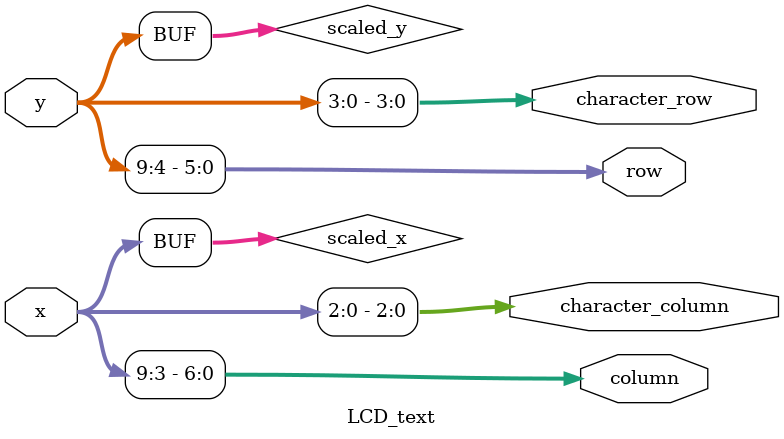
<source format=v>
module LCD_text
    // LOG2_SCALE=0 for no scaling, 1 for double, 2 for quandruple, etc.
    #(parameter LOG2_SCALE=0)
(
    input wire [9:0] x,
    input wire [9:0] y,
    output wire [6:0] column,
    output wire [5:0] row,
    output wire [2:0] character_column,
    output wire [3:0] character_row
);

// Scale the screen.
wire [9:0] scaled_x = x >>> LOG2_SCALE;
wire [9:0] scaled_y = y >>> LOG2_SCALE;

// Break screen down into characters.
assign column = scaled_x[9:3];
assign row = scaled_y[9:4];
assign character_column = scaled_x[2:0];
assign character_row = scaled_y[3:0];

endmodule

</source>
